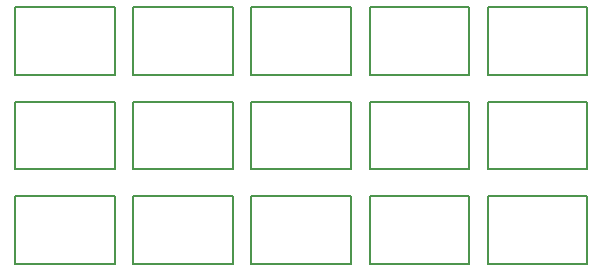
<source format=gbr>
G04 #@! TF.FileFunction,Profile,NP*
%FSLAX46Y46*%
G04 Gerber Fmt 4.6, Leading zero omitted, Abs format (unit mm)*
G04 Created by KiCad (PCBNEW 4.0.7-e2-6376~58~ubuntu16.04.1) date Wed Aug  1 08:34:46 2018*
%MOMM*%
%LPD*%
G01*
G04 APERTURE LIST*
%ADD10C,0.100000*%
%ADD11C,0.150000*%
G04 APERTURE END LIST*
D10*
D11*
X112100000Y-69150000D02*
X112100000Y-69075000D01*
X102100000Y-69150000D02*
X102100000Y-69075000D01*
X92100000Y-69150000D02*
X92100000Y-69075000D01*
X82100000Y-69150000D02*
X82100000Y-69075000D01*
X72100000Y-69150000D02*
X72100000Y-69075000D01*
X112100000Y-61150000D02*
X112100000Y-61075000D01*
X102100000Y-61150000D02*
X102100000Y-61075000D01*
X92100000Y-61150000D02*
X92100000Y-61075000D01*
X82100000Y-61150000D02*
X82100000Y-61075000D01*
X72100000Y-61150000D02*
X72100000Y-61075000D01*
X112100000Y-53150000D02*
X112100000Y-53075000D01*
X102100000Y-53150000D02*
X102100000Y-53075000D01*
X92100000Y-53150000D02*
X92100000Y-53075000D01*
X82100000Y-53150000D02*
X82100000Y-53075000D01*
X120525000Y-69150000D02*
X112100000Y-69150000D01*
X110525000Y-69150000D02*
X102100000Y-69150000D01*
X100525000Y-69150000D02*
X92100000Y-69150000D01*
X90525000Y-69150000D02*
X82100000Y-69150000D01*
X80525000Y-69150000D02*
X72100000Y-69150000D01*
X120525000Y-61150000D02*
X112100000Y-61150000D01*
X110525000Y-61150000D02*
X102100000Y-61150000D01*
X100525000Y-61150000D02*
X92100000Y-61150000D01*
X90525000Y-61150000D02*
X82100000Y-61150000D01*
X80525000Y-61150000D02*
X72100000Y-61150000D01*
X120525000Y-53150000D02*
X112100000Y-53150000D01*
X110525000Y-53150000D02*
X102100000Y-53150000D01*
X100525000Y-53150000D02*
X92100000Y-53150000D01*
X90525000Y-53150000D02*
X82100000Y-53150000D01*
X115875000Y-63450000D02*
X112100000Y-63450000D01*
X105875000Y-63450000D02*
X102100000Y-63450000D01*
X95875000Y-63450000D02*
X92100000Y-63450000D01*
X85875000Y-63450000D02*
X82100000Y-63450000D01*
X75875000Y-63450000D02*
X72100000Y-63450000D01*
X115875000Y-55450000D02*
X112100000Y-55450000D01*
X105875000Y-55450000D02*
X102100000Y-55450000D01*
X95875000Y-55450000D02*
X92100000Y-55450000D01*
X85875000Y-55450000D02*
X82100000Y-55450000D01*
X75875000Y-55450000D02*
X72100000Y-55450000D01*
X115875000Y-47450000D02*
X112100000Y-47450000D01*
X105875000Y-47450000D02*
X102100000Y-47450000D01*
X95875000Y-47450000D02*
X92100000Y-47450000D01*
X85875000Y-47450000D02*
X82100000Y-47450000D01*
X115875000Y-63450000D02*
X120525000Y-63450000D01*
X105875000Y-63450000D02*
X110525000Y-63450000D01*
X95875000Y-63450000D02*
X100525000Y-63450000D01*
X85875000Y-63450000D02*
X90525000Y-63450000D01*
X75875000Y-63450000D02*
X80525000Y-63450000D01*
X115875000Y-55450000D02*
X120525000Y-55450000D01*
X105875000Y-55450000D02*
X110525000Y-55450000D01*
X95875000Y-55450000D02*
X100525000Y-55450000D01*
X85875000Y-55450000D02*
X90525000Y-55450000D01*
X75875000Y-55450000D02*
X80525000Y-55450000D01*
X115875000Y-47450000D02*
X120525000Y-47450000D01*
X105875000Y-47450000D02*
X110525000Y-47450000D01*
X95875000Y-47450000D02*
X100525000Y-47450000D01*
X85875000Y-47450000D02*
X90525000Y-47450000D01*
X120525000Y-63450000D02*
X120525000Y-69150000D01*
X110525000Y-63450000D02*
X110525000Y-69150000D01*
X100525000Y-63450000D02*
X100525000Y-69150000D01*
X90525000Y-63450000D02*
X90525000Y-69150000D01*
X80525000Y-63450000D02*
X80525000Y-69150000D01*
X120525000Y-55450000D02*
X120525000Y-61150000D01*
X110525000Y-55450000D02*
X110525000Y-61150000D01*
X100525000Y-55450000D02*
X100525000Y-61150000D01*
X90525000Y-55450000D02*
X90525000Y-61150000D01*
X80525000Y-55450000D02*
X80525000Y-61150000D01*
X120525000Y-47450000D02*
X120525000Y-53150000D01*
X110525000Y-47450000D02*
X110525000Y-53150000D01*
X100525000Y-47450000D02*
X100525000Y-53150000D01*
X90525000Y-47450000D02*
X90525000Y-53150000D01*
X112100000Y-63450000D02*
X112100000Y-69075000D01*
X102100000Y-63450000D02*
X102100000Y-69075000D01*
X92100000Y-63450000D02*
X92100000Y-69075000D01*
X82100000Y-63450000D02*
X82100000Y-69075000D01*
X72100000Y-63450000D02*
X72100000Y-69075000D01*
X112100000Y-55450000D02*
X112100000Y-61075000D01*
X102100000Y-55450000D02*
X102100000Y-61075000D01*
X92100000Y-55450000D02*
X92100000Y-61075000D01*
X82100000Y-55450000D02*
X82100000Y-61075000D01*
X72100000Y-55450000D02*
X72100000Y-61075000D01*
X112100000Y-47450000D02*
X112100000Y-53075000D01*
X102100000Y-47450000D02*
X102100000Y-53075000D01*
X92100000Y-47450000D02*
X92100000Y-53075000D01*
X82100000Y-47450000D02*
X82100000Y-53075000D01*
X80525000Y-47450000D02*
X80525000Y-53150000D01*
X72100000Y-47450000D02*
X72100000Y-53075000D01*
X75875000Y-47450000D02*
X72100000Y-47450000D01*
X75875000Y-47450000D02*
X80525000Y-47450000D01*
X72100000Y-53150000D02*
X72100000Y-53075000D01*
X80525000Y-53150000D02*
X72100000Y-53150000D01*
M02*

</source>
